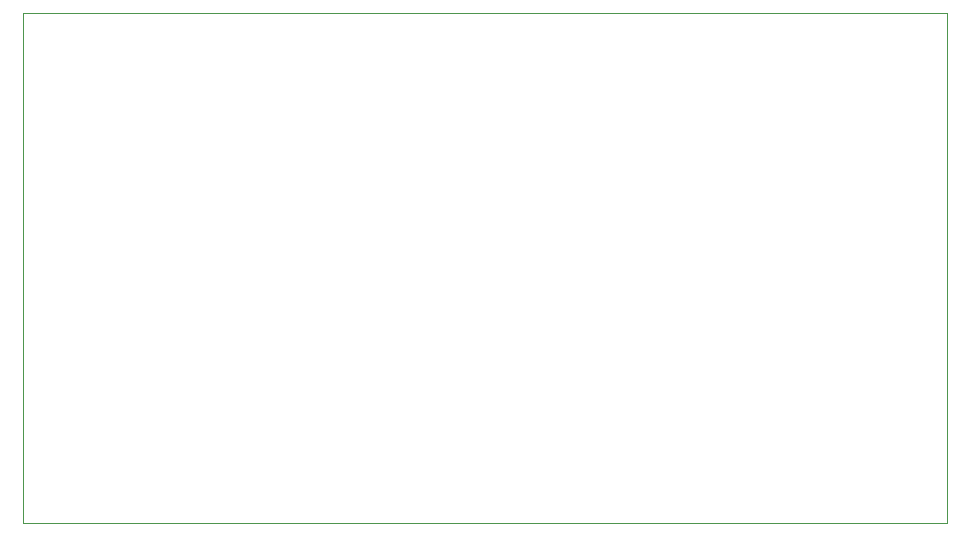
<source format=gbr>
%TF.GenerationSoftware,KiCad,Pcbnew,7.0.11*%
%TF.CreationDate,2024-10-30T13:42:53+11:00*%
%TF.ProjectId,iaq_device,6961715f-6465-4766-9963-652e6b696361,rev?*%
%TF.SameCoordinates,Original*%
%TF.FileFunction,Profile,NP*%
%FSLAX46Y46*%
G04 Gerber Fmt 4.6, Leading zero omitted, Abs format (unit mm)*
G04 Created by KiCad (PCBNEW 7.0.11) date 2024-10-30 13:42:53*
%MOMM*%
%LPD*%
G01*
G04 APERTURE LIST*
%TA.AperFunction,Profile*%
%ADD10C,0.050000*%
%TD*%
G04 APERTURE END LIST*
D10*
X177038000Y-117094000D02*
X177038000Y-73914000D01*
X98806000Y-117094000D02*
X98806000Y-73914000D01*
X177038000Y-117094000D02*
X98806000Y-117094000D01*
X98806000Y-73914000D02*
X177038000Y-73914000D01*
M02*

</source>
